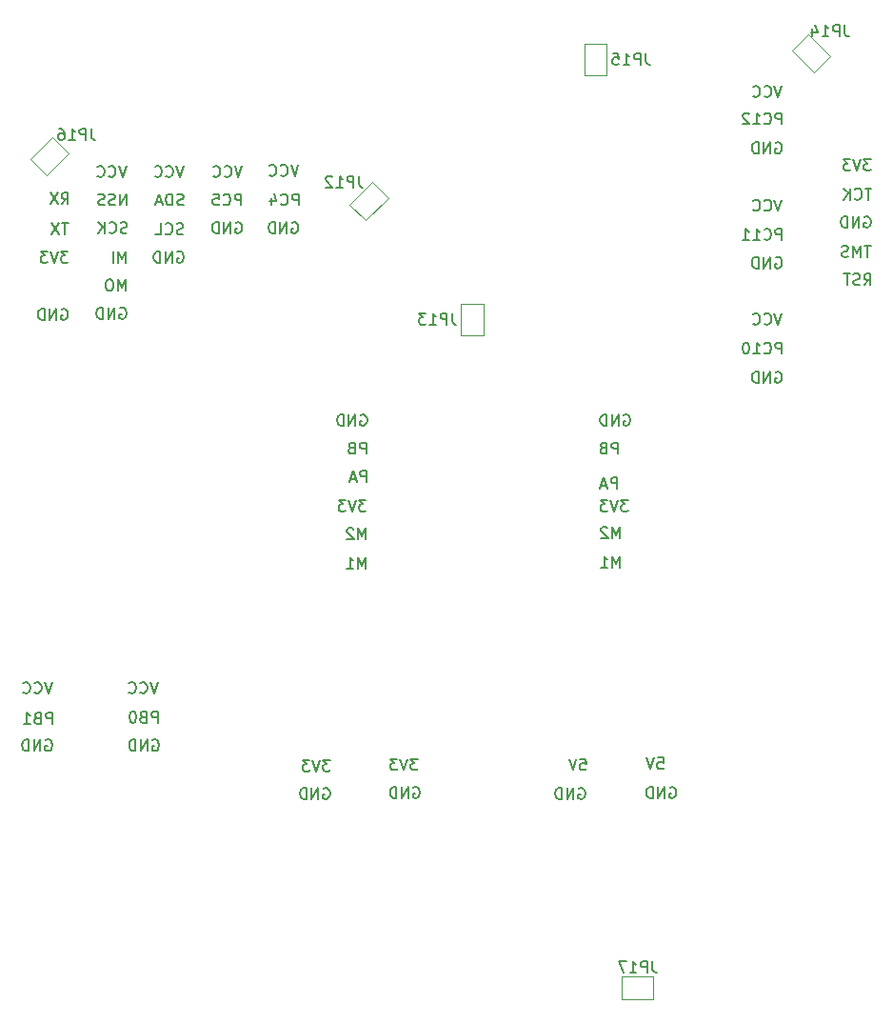
<source format=gbr>
G04 #@! TF.GenerationSoftware,KiCad,Pcbnew,(5.1.5)-3*
G04 #@! TF.CreationDate,2020-11-07T15:15:16-05:00*
G04 #@! TF.ProjectId,PRoMo,50526f4d-6f2e-46b6-9963-61645f706362,rev?*
G04 #@! TF.SameCoordinates,Original*
G04 #@! TF.FileFunction,Legend,Bot*
G04 #@! TF.FilePolarity,Positive*
%FSLAX46Y46*%
G04 Gerber Fmt 4.6, Leading zero omitted, Abs format (unit mm)*
G04 Created by KiCad (PCBNEW (5.1.5)-3) date 2020-11-07 15:15:16*
%MOMM*%
%LPD*%
G04 APERTURE LIST*
%ADD10C,0.160000*%
%ADD11C,0.120000*%
%ADD12C,0.150000*%
G04 APERTURE END LIST*
D10*
X157061904Y-136600000D02*
X157157142Y-136552380D01*
X157300000Y-136552380D01*
X157442857Y-136600000D01*
X157538095Y-136695238D01*
X157585714Y-136790476D01*
X157633333Y-136980952D01*
X157633333Y-137123809D01*
X157585714Y-137314285D01*
X157538095Y-137409523D01*
X157442857Y-137504761D01*
X157300000Y-137552380D01*
X157204761Y-137552380D01*
X157061904Y-137504761D01*
X157014285Y-137457142D01*
X157014285Y-137123809D01*
X157204761Y-137123809D01*
X156585714Y-137552380D02*
X156585714Y-136552380D01*
X156014285Y-137552380D01*
X156014285Y-136552380D01*
X155538095Y-137552380D02*
X155538095Y-136552380D01*
X155300000Y-136552380D01*
X155157142Y-136600000D01*
X155061904Y-136695238D01*
X155014285Y-136790476D01*
X154966666Y-136980952D01*
X154966666Y-137123809D01*
X155014285Y-137314285D01*
X155061904Y-137409523D01*
X155157142Y-137504761D01*
X155300000Y-137552380D01*
X155538095Y-137552380D01*
X155990476Y-133952380D02*
X156466666Y-133952380D01*
X156514285Y-134428571D01*
X156466666Y-134380952D01*
X156371428Y-134333333D01*
X156133333Y-134333333D01*
X156038095Y-134380952D01*
X155990476Y-134428571D01*
X155942857Y-134523809D01*
X155942857Y-134761904D01*
X155990476Y-134857142D01*
X156038095Y-134904761D01*
X156133333Y-134952380D01*
X156371428Y-134952380D01*
X156466666Y-134904761D01*
X156514285Y-134857142D01*
X155657142Y-133952380D02*
X155323809Y-134952380D01*
X154990476Y-133952380D01*
X148961904Y-136700000D02*
X149057142Y-136652380D01*
X149200000Y-136652380D01*
X149342857Y-136700000D01*
X149438095Y-136795238D01*
X149485714Y-136890476D01*
X149533333Y-137080952D01*
X149533333Y-137223809D01*
X149485714Y-137414285D01*
X149438095Y-137509523D01*
X149342857Y-137604761D01*
X149200000Y-137652380D01*
X149104761Y-137652380D01*
X148961904Y-137604761D01*
X148914285Y-137557142D01*
X148914285Y-137223809D01*
X149104761Y-137223809D01*
X148485714Y-137652380D02*
X148485714Y-136652380D01*
X147914285Y-137652380D01*
X147914285Y-136652380D01*
X147438095Y-137652380D02*
X147438095Y-136652380D01*
X147200000Y-136652380D01*
X147057142Y-136700000D01*
X146961904Y-136795238D01*
X146914285Y-136890476D01*
X146866666Y-137080952D01*
X146866666Y-137223809D01*
X146914285Y-137414285D01*
X146961904Y-137509523D01*
X147057142Y-137604761D01*
X147200000Y-137652380D01*
X147438095Y-137652380D01*
X149090476Y-134052380D02*
X149566666Y-134052380D01*
X149614285Y-134528571D01*
X149566666Y-134480952D01*
X149471428Y-134433333D01*
X149233333Y-134433333D01*
X149138095Y-134480952D01*
X149090476Y-134528571D01*
X149042857Y-134623809D01*
X149042857Y-134861904D01*
X149090476Y-134957142D01*
X149138095Y-135004761D01*
X149233333Y-135052380D01*
X149471428Y-135052380D01*
X149566666Y-135004761D01*
X149614285Y-134957142D01*
X148757142Y-134052380D02*
X148423809Y-135052380D01*
X148090476Y-134052380D01*
X134261904Y-136600000D02*
X134357142Y-136552380D01*
X134500000Y-136552380D01*
X134642857Y-136600000D01*
X134738095Y-136695238D01*
X134785714Y-136790476D01*
X134833333Y-136980952D01*
X134833333Y-137123809D01*
X134785714Y-137314285D01*
X134738095Y-137409523D01*
X134642857Y-137504761D01*
X134500000Y-137552380D01*
X134404761Y-137552380D01*
X134261904Y-137504761D01*
X134214285Y-137457142D01*
X134214285Y-137123809D01*
X134404761Y-137123809D01*
X133785714Y-137552380D02*
X133785714Y-136552380D01*
X133214285Y-137552380D01*
X133214285Y-136552380D01*
X132738095Y-137552380D02*
X132738095Y-136552380D01*
X132500000Y-136552380D01*
X132357142Y-136600000D01*
X132261904Y-136695238D01*
X132214285Y-136790476D01*
X132166666Y-136980952D01*
X132166666Y-137123809D01*
X132214285Y-137314285D01*
X132261904Y-137409523D01*
X132357142Y-137504761D01*
X132500000Y-137552380D01*
X132738095Y-137552380D01*
X134638095Y-134052380D02*
X134019047Y-134052380D01*
X134352380Y-134433333D01*
X134209523Y-134433333D01*
X134114285Y-134480952D01*
X134066666Y-134528571D01*
X134019047Y-134623809D01*
X134019047Y-134861904D01*
X134066666Y-134957142D01*
X134114285Y-135004761D01*
X134209523Y-135052380D01*
X134495238Y-135052380D01*
X134590476Y-135004761D01*
X134638095Y-134957142D01*
X133733333Y-134052380D02*
X133400000Y-135052380D01*
X133066666Y-134052380D01*
X132828571Y-134052380D02*
X132209523Y-134052380D01*
X132542857Y-134433333D01*
X132400000Y-134433333D01*
X132304761Y-134480952D01*
X132257142Y-134528571D01*
X132209523Y-134623809D01*
X132209523Y-134861904D01*
X132257142Y-134957142D01*
X132304761Y-135004761D01*
X132400000Y-135052380D01*
X132685714Y-135052380D01*
X132780952Y-135004761D01*
X132828571Y-134957142D01*
X126261904Y-136700000D02*
X126357142Y-136652380D01*
X126500000Y-136652380D01*
X126642857Y-136700000D01*
X126738095Y-136795238D01*
X126785714Y-136890476D01*
X126833333Y-137080952D01*
X126833333Y-137223809D01*
X126785714Y-137414285D01*
X126738095Y-137509523D01*
X126642857Y-137604761D01*
X126500000Y-137652380D01*
X126404761Y-137652380D01*
X126261904Y-137604761D01*
X126214285Y-137557142D01*
X126214285Y-137223809D01*
X126404761Y-137223809D01*
X125785714Y-137652380D02*
X125785714Y-136652380D01*
X125214285Y-137652380D01*
X125214285Y-136652380D01*
X124738095Y-137652380D02*
X124738095Y-136652380D01*
X124500000Y-136652380D01*
X124357142Y-136700000D01*
X124261904Y-136795238D01*
X124214285Y-136890476D01*
X124166666Y-137080952D01*
X124166666Y-137223809D01*
X124214285Y-137414285D01*
X124261904Y-137509523D01*
X124357142Y-137604761D01*
X124500000Y-137652380D01*
X124738095Y-137652380D01*
X126838095Y-134152380D02*
X126219047Y-134152380D01*
X126552380Y-134533333D01*
X126409523Y-134533333D01*
X126314285Y-134580952D01*
X126266666Y-134628571D01*
X126219047Y-134723809D01*
X126219047Y-134961904D01*
X126266666Y-135057142D01*
X126314285Y-135104761D01*
X126409523Y-135152380D01*
X126695238Y-135152380D01*
X126790476Y-135104761D01*
X126838095Y-135057142D01*
X125933333Y-134152380D02*
X125600000Y-135152380D01*
X125266666Y-134152380D01*
X125028571Y-134152380D02*
X124409523Y-134152380D01*
X124742857Y-134533333D01*
X124600000Y-134533333D01*
X124504761Y-134580952D01*
X124457142Y-134628571D01*
X124409523Y-134723809D01*
X124409523Y-134961904D01*
X124457142Y-135057142D01*
X124504761Y-135104761D01*
X124600000Y-135152380D01*
X124885714Y-135152380D01*
X124980952Y-135104761D01*
X125028571Y-135057142D01*
X111061904Y-132400000D02*
X111157142Y-132352380D01*
X111300000Y-132352380D01*
X111442857Y-132400000D01*
X111538095Y-132495238D01*
X111585714Y-132590476D01*
X111633333Y-132780952D01*
X111633333Y-132923809D01*
X111585714Y-133114285D01*
X111538095Y-133209523D01*
X111442857Y-133304761D01*
X111300000Y-133352380D01*
X111204761Y-133352380D01*
X111061904Y-133304761D01*
X111014285Y-133257142D01*
X111014285Y-132923809D01*
X111204761Y-132923809D01*
X110585714Y-133352380D02*
X110585714Y-132352380D01*
X110014285Y-133352380D01*
X110014285Y-132352380D01*
X109538095Y-133352380D02*
X109538095Y-132352380D01*
X109300000Y-132352380D01*
X109157142Y-132400000D01*
X109061904Y-132495238D01*
X109014285Y-132590476D01*
X108966666Y-132780952D01*
X108966666Y-132923809D01*
X109014285Y-133114285D01*
X109061904Y-133209523D01*
X109157142Y-133304761D01*
X109300000Y-133352380D01*
X109538095Y-133352380D01*
X111538095Y-130852380D02*
X111538095Y-129852380D01*
X111157142Y-129852380D01*
X111061904Y-129900000D01*
X111014285Y-129947619D01*
X110966666Y-130042857D01*
X110966666Y-130185714D01*
X111014285Y-130280952D01*
X111061904Y-130328571D01*
X111157142Y-130376190D01*
X111538095Y-130376190D01*
X110204761Y-130328571D02*
X110061904Y-130376190D01*
X110014285Y-130423809D01*
X109966666Y-130519047D01*
X109966666Y-130661904D01*
X110014285Y-130757142D01*
X110061904Y-130804761D01*
X110157142Y-130852380D01*
X110538095Y-130852380D01*
X110538095Y-129852380D01*
X110204761Y-129852380D01*
X110109523Y-129900000D01*
X110061904Y-129947619D01*
X110014285Y-130042857D01*
X110014285Y-130138095D01*
X110061904Y-130233333D01*
X110109523Y-130280952D01*
X110204761Y-130328571D01*
X110538095Y-130328571D01*
X109347619Y-129852380D02*
X109252380Y-129852380D01*
X109157142Y-129900000D01*
X109109523Y-129947619D01*
X109061904Y-130042857D01*
X109014285Y-130233333D01*
X109014285Y-130471428D01*
X109061904Y-130661904D01*
X109109523Y-130757142D01*
X109157142Y-130804761D01*
X109252380Y-130852380D01*
X109347619Y-130852380D01*
X109442857Y-130804761D01*
X109490476Y-130757142D01*
X109538095Y-130661904D01*
X109585714Y-130471428D01*
X109585714Y-130233333D01*
X109538095Y-130042857D01*
X109490476Y-129947619D01*
X109442857Y-129900000D01*
X109347619Y-129852380D01*
X111533333Y-127252380D02*
X111200000Y-128252380D01*
X110866666Y-127252380D01*
X109961904Y-128157142D02*
X110009523Y-128204761D01*
X110152380Y-128252380D01*
X110247619Y-128252380D01*
X110390476Y-128204761D01*
X110485714Y-128109523D01*
X110533333Y-128014285D01*
X110580952Y-127823809D01*
X110580952Y-127680952D01*
X110533333Y-127490476D01*
X110485714Y-127395238D01*
X110390476Y-127300000D01*
X110247619Y-127252380D01*
X110152380Y-127252380D01*
X110009523Y-127300000D01*
X109961904Y-127347619D01*
X108961904Y-128157142D02*
X109009523Y-128204761D01*
X109152380Y-128252380D01*
X109247619Y-128252380D01*
X109390476Y-128204761D01*
X109485714Y-128109523D01*
X109533333Y-128014285D01*
X109580952Y-127823809D01*
X109580952Y-127680952D01*
X109533333Y-127490476D01*
X109485714Y-127395238D01*
X109390476Y-127300000D01*
X109247619Y-127252380D01*
X109152380Y-127252380D01*
X109009523Y-127300000D01*
X108961904Y-127347619D01*
X101561904Y-132400000D02*
X101657142Y-132352380D01*
X101800000Y-132352380D01*
X101942857Y-132400000D01*
X102038095Y-132495238D01*
X102085714Y-132590476D01*
X102133333Y-132780952D01*
X102133333Y-132923809D01*
X102085714Y-133114285D01*
X102038095Y-133209523D01*
X101942857Y-133304761D01*
X101800000Y-133352380D01*
X101704761Y-133352380D01*
X101561904Y-133304761D01*
X101514285Y-133257142D01*
X101514285Y-132923809D01*
X101704761Y-132923809D01*
X101085714Y-133352380D02*
X101085714Y-132352380D01*
X100514285Y-133352380D01*
X100514285Y-132352380D01*
X100038095Y-133352380D02*
X100038095Y-132352380D01*
X99800000Y-132352380D01*
X99657142Y-132400000D01*
X99561904Y-132495238D01*
X99514285Y-132590476D01*
X99466666Y-132780952D01*
X99466666Y-132923809D01*
X99514285Y-133114285D01*
X99561904Y-133209523D01*
X99657142Y-133304761D01*
X99800000Y-133352380D01*
X100038095Y-133352380D01*
X102138095Y-130952380D02*
X102138095Y-129952380D01*
X101757142Y-129952380D01*
X101661904Y-130000000D01*
X101614285Y-130047619D01*
X101566666Y-130142857D01*
X101566666Y-130285714D01*
X101614285Y-130380952D01*
X101661904Y-130428571D01*
X101757142Y-130476190D01*
X102138095Y-130476190D01*
X100804761Y-130428571D02*
X100661904Y-130476190D01*
X100614285Y-130523809D01*
X100566666Y-130619047D01*
X100566666Y-130761904D01*
X100614285Y-130857142D01*
X100661904Y-130904761D01*
X100757142Y-130952380D01*
X101138095Y-130952380D01*
X101138095Y-129952380D01*
X100804761Y-129952380D01*
X100709523Y-130000000D01*
X100661904Y-130047619D01*
X100614285Y-130142857D01*
X100614285Y-130238095D01*
X100661904Y-130333333D01*
X100709523Y-130380952D01*
X100804761Y-130428571D01*
X101138095Y-130428571D01*
X99614285Y-130952380D02*
X100185714Y-130952380D01*
X99900000Y-130952380D02*
X99900000Y-129952380D01*
X99995238Y-130095238D01*
X100090476Y-130190476D01*
X100185714Y-130238095D01*
X102133333Y-127252380D02*
X101800000Y-128252380D01*
X101466666Y-127252380D01*
X100561904Y-128157142D02*
X100609523Y-128204761D01*
X100752380Y-128252380D01*
X100847619Y-128252380D01*
X100990476Y-128204761D01*
X101085714Y-128109523D01*
X101133333Y-128014285D01*
X101180952Y-127823809D01*
X101180952Y-127680952D01*
X101133333Y-127490476D01*
X101085714Y-127395238D01*
X100990476Y-127300000D01*
X100847619Y-127252380D01*
X100752380Y-127252380D01*
X100609523Y-127300000D01*
X100561904Y-127347619D01*
X99561904Y-128157142D02*
X99609523Y-128204761D01*
X99752380Y-128252380D01*
X99847619Y-128252380D01*
X99990476Y-128204761D01*
X100085714Y-128109523D01*
X100133333Y-128014285D01*
X100180952Y-127823809D01*
X100180952Y-127680952D01*
X100133333Y-127490476D01*
X100085714Y-127395238D01*
X99990476Y-127300000D01*
X99847619Y-127252380D01*
X99752380Y-127252380D01*
X99609523Y-127300000D01*
X99561904Y-127347619D01*
X152609523Y-117052380D02*
X152609523Y-116052380D01*
X152276190Y-116766666D01*
X151942857Y-116052380D01*
X151942857Y-117052380D01*
X150942857Y-117052380D02*
X151514285Y-117052380D01*
X151228571Y-117052380D02*
X151228571Y-116052380D01*
X151323809Y-116195238D01*
X151419047Y-116290476D01*
X151514285Y-116338095D01*
X152609523Y-114452380D02*
X152609523Y-113452380D01*
X152276190Y-114166666D01*
X151942857Y-113452380D01*
X151942857Y-114452380D01*
X151514285Y-113547619D02*
X151466666Y-113500000D01*
X151371428Y-113452380D01*
X151133333Y-113452380D01*
X151038095Y-113500000D01*
X150990476Y-113547619D01*
X150942857Y-113642857D01*
X150942857Y-113738095D01*
X150990476Y-113880952D01*
X151561904Y-114452380D01*
X150942857Y-114452380D01*
X153338095Y-111052380D02*
X152719047Y-111052380D01*
X153052380Y-111433333D01*
X152909523Y-111433333D01*
X152814285Y-111480952D01*
X152766666Y-111528571D01*
X152719047Y-111623809D01*
X152719047Y-111861904D01*
X152766666Y-111957142D01*
X152814285Y-112004761D01*
X152909523Y-112052380D01*
X153195238Y-112052380D01*
X153290476Y-112004761D01*
X153338095Y-111957142D01*
X152433333Y-111052380D02*
X152100000Y-112052380D01*
X151766666Y-111052380D01*
X151528571Y-111052380D02*
X150909523Y-111052380D01*
X151242857Y-111433333D01*
X151100000Y-111433333D01*
X151004761Y-111480952D01*
X150957142Y-111528571D01*
X150909523Y-111623809D01*
X150909523Y-111861904D01*
X150957142Y-111957142D01*
X151004761Y-112004761D01*
X151100000Y-112052380D01*
X151385714Y-112052380D01*
X151480952Y-112004761D01*
X151528571Y-111957142D01*
X152390476Y-110052380D02*
X152390476Y-109052380D01*
X152009523Y-109052380D01*
X151914285Y-109100000D01*
X151866666Y-109147619D01*
X151819047Y-109242857D01*
X151819047Y-109385714D01*
X151866666Y-109480952D01*
X151914285Y-109528571D01*
X152009523Y-109576190D01*
X152390476Y-109576190D01*
X151438095Y-109766666D02*
X150961904Y-109766666D01*
X151533333Y-110052380D02*
X151200000Y-109052380D01*
X150866666Y-110052380D01*
X152461904Y-106952380D02*
X152461904Y-105952380D01*
X152080952Y-105952380D01*
X151985714Y-106000000D01*
X151938095Y-106047619D01*
X151890476Y-106142857D01*
X151890476Y-106285714D01*
X151938095Y-106380952D01*
X151985714Y-106428571D01*
X152080952Y-106476190D01*
X152461904Y-106476190D01*
X151128571Y-106428571D02*
X150985714Y-106476190D01*
X150938095Y-106523809D01*
X150890476Y-106619047D01*
X150890476Y-106761904D01*
X150938095Y-106857142D01*
X150985714Y-106904761D01*
X151080952Y-106952380D01*
X151461904Y-106952380D01*
X151461904Y-105952380D01*
X151128571Y-105952380D01*
X151033333Y-106000000D01*
X150985714Y-106047619D01*
X150938095Y-106142857D01*
X150938095Y-106238095D01*
X150985714Y-106333333D01*
X151033333Y-106380952D01*
X151128571Y-106428571D01*
X151461904Y-106428571D01*
X152961904Y-103500000D02*
X153057142Y-103452380D01*
X153200000Y-103452380D01*
X153342857Y-103500000D01*
X153438095Y-103595238D01*
X153485714Y-103690476D01*
X153533333Y-103880952D01*
X153533333Y-104023809D01*
X153485714Y-104214285D01*
X153438095Y-104309523D01*
X153342857Y-104404761D01*
X153200000Y-104452380D01*
X153104761Y-104452380D01*
X152961904Y-104404761D01*
X152914285Y-104357142D01*
X152914285Y-104023809D01*
X153104761Y-104023809D01*
X152485714Y-104452380D02*
X152485714Y-103452380D01*
X151914285Y-104452380D01*
X151914285Y-103452380D01*
X151438095Y-104452380D02*
X151438095Y-103452380D01*
X151200000Y-103452380D01*
X151057142Y-103500000D01*
X150961904Y-103595238D01*
X150914285Y-103690476D01*
X150866666Y-103880952D01*
X150866666Y-104023809D01*
X150914285Y-104214285D01*
X150961904Y-104309523D01*
X151057142Y-104404761D01*
X151200000Y-104452380D01*
X151438095Y-104452380D01*
X130009523Y-117152380D02*
X130009523Y-116152380D01*
X129676190Y-116866666D01*
X129342857Y-116152380D01*
X129342857Y-117152380D01*
X128342857Y-117152380D02*
X128914285Y-117152380D01*
X128628571Y-117152380D02*
X128628571Y-116152380D01*
X128723809Y-116295238D01*
X128819047Y-116390476D01*
X128914285Y-116438095D01*
X130009523Y-114552380D02*
X130009523Y-113552380D01*
X129676190Y-114266666D01*
X129342857Y-113552380D01*
X129342857Y-114552380D01*
X128914285Y-113647619D02*
X128866666Y-113600000D01*
X128771428Y-113552380D01*
X128533333Y-113552380D01*
X128438095Y-113600000D01*
X128390476Y-113647619D01*
X128342857Y-113742857D01*
X128342857Y-113838095D01*
X128390476Y-113980952D01*
X128961904Y-114552380D01*
X128342857Y-114552380D01*
X130038095Y-111052380D02*
X129419047Y-111052380D01*
X129752380Y-111433333D01*
X129609523Y-111433333D01*
X129514285Y-111480952D01*
X129466666Y-111528571D01*
X129419047Y-111623809D01*
X129419047Y-111861904D01*
X129466666Y-111957142D01*
X129514285Y-112004761D01*
X129609523Y-112052380D01*
X129895238Y-112052380D01*
X129990476Y-112004761D01*
X130038095Y-111957142D01*
X129133333Y-111052380D02*
X128800000Y-112052380D01*
X128466666Y-111052380D01*
X128228571Y-111052380D02*
X127609523Y-111052380D01*
X127942857Y-111433333D01*
X127800000Y-111433333D01*
X127704761Y-111480952D01*
X127657142Y-111528571D01*
X127609523Y-111623809D01*
X127609523Y-111861904D01*
X127657142Y-111957142D01*
X127704761Y-112004761D01*
X127800000Y-112052380D01*
X128085714Y-112052380D01*
X128180952Y-112004761D01*
X128228571Y-111957142D01*
X130090476Y-109452380D02*
X130090476Y-108452380D01*
X129709523Y-108452380D01*
X129614285Y-108500000D01*
X129566666Y-108547619D01*
X129519047Y-108642857D01*
X129519047Y-108785714D01*
X129566666Y-108880952D01*
X129614285Y-108928571D01*
X129709523Y-108976190D01*
X130090476Y-108976190D01*
X129138095Y-109166666D02*
X128661904Y-109166666D01*
X129233333Y-109452380D02*
X128900000Y-108452380D01*
X128566666Y-109452380D01*
X130061904Y-106952380D02*
X130061904Y-105952380D01*
X129680952Y-105952380D01*
X129585714Y-106000000D01*
X129538095Y-106047619D01*
X129490476Y-106142857D01*
X129490476Y-106285714D01*
X129538095Y-106380952D01*
X129585714Y-106428571D01*
X129680952Y-106476190D01*
X130061904Y-106476190D01*
X128728571Y-106428571D02*
X128585714Y-106476190D01*
X128538095Y-106523809D01*
X128490476Y-106619047D01*
X128490476Y-106761904D01*
X128538095Y-106857142D01*
X128585714Y-106904761D01*
X128680952Y-106952380D01*
X129061904Y-106952380D01*
X129061904Y-105952380D01*
X128728571Y-105952380D01*
X128633333Y-106000000D01*
X128585714Y-106047619D01*
X128538095Y-106142857D01*
X128538095Y-106238095D01*
X128585714Y-106333333D01*
X128633333Y-106380952D01*
X128728571Y-106428571D01*
X129061904Y-106428571D01*
X129561904Y-103500000D02*
X129657142Y-103452380D01*
X129800000Y-103452380D01*
X129942857Y-103500000D01*
X130038095Y-103595238D01*
X130085714Y-103690476D01*
X130133333Y-103880952D01*
X130133333Y-104023809D01*
X130085714Y-104214285D01*
X130038095Y-104309523D01*
X129942857Y-104404761D01*
X129800000Y-104452380D01*
X129704761Y-104452380D01*
X129561904Y-104404761D01*
X129514285Y-104357142D01*
X129514285Y-104023809D01*
X129704761Y-104023809D01*
X129085714Y-104452380D02*
X129085714Y-103452380D01*
X128514285Y-104452380D01*
X128514285Y-103452380D01*
X128038095Y-104452380D02*
X128038095Y-103452380D01*
X127800000Y-103452380D01*
X127657142Y-103500000D01*
X127561904Y-103595238D01*
X127514285Y-103690476D01*
X127466666Y-103880952D01*
X127466666Y-104023809D01*
X127514285Y-104214285D01*
X127561904Y-104309523D01*
X127657142Y-104404761D01*
X127800000Y-104452380D01*
X128038095Y-104452380D01*
X166461904Y-99700000D02*
X166557142Y-99652380D01*
X166700000Y-99652380D01*
X166842857Y-99700000D01*
X166938095Y-99795238D01*
X166985714Y-99890476D01*
X167033333Y-100080952D01*
X167033333Y-100223809D01*
X166985714Y-100414285D01*
X166938095Y-100509523D01*
X166842857Y-100604761D01*
X166700000Y-100652380D01*
X166604761Y-100652380D01*
X166461904Y-100604761D01*
X166414285Y-100557142D01*
X166414285Y-100223809D01*
X166604761Y-100223809D01*
X165985714Y-100652380D02*
X165985714Y-99652380D01*
X165414285Y-100652380D01*
X165414285Y-99652380D01*
X164938095Y-100652380D02*
X164938095Y-99652380D01*
X164700000Y-99652380D01*
X164557142Y-99700000D01*
X164461904Y-99795238D01*
X164414285Y-99890476D01*
X164366666Y-100080952D01*
X164366666Y-100223809D01*
X164414285Y-100414285D01*
X164461904Y-100509523D01*
X164557142Y-100604761D01*
X164700000Y-100652380D01*
X164938095Y-100652380D01*
X167014285Y-98052380D02*
X167014285Y-97052380D01*
X166633333Y-97052380D01*
X166538095Y-97100000D01*
X166490476Y-97147619D01*
X166442857Y-97242857D01*
X166442857Y-97385714D01*
X166490476Y-97480952D01*
X166538095Y-97528571D01*
X166633333Y-97576190D01*
X167014285Y-97576190D01*
X165442857Y-97957142D02*
X165490476Y-98004761D01*
X165633333Y-98052380D01*
X165728571Y-98052380D01*
X165871428Y-98004761D01*
X165966666Y-97909523D01*
X166014285Y-97814285D01*
X166061904Y-97623809D01*
X166061904Y-97480952D01*
X166014285Y-97290476D01*
X165966666Y-97195238D01*
X165871428Y-97100000D01*
X165728571Y-97052380D01*
X165633333Y-97052380D01*
X165490476Y-97100000D01*
X165442857Y-97147619D01*
X164490476Y-98052380D02*
X165061904Y-98052380D01*
X164776190Y-98052380D02*
X164776190Y-97052380D01*
X164871428Y-97195238D01*
X164966666Y-97290476D01*
X165061904Y-97338095D01*
X163871428Y-97052380D02*
X163776190Y-97052380D01*
X163680952Y-97100000D01*
X163633333Y-97147619D01*
X163585714Y-97242857D01*
X163538095Y-97433333D01*
X163538095Y-97671428D01*
X163585714Y-97861904D01*
X163633333Y-97957142D01*
X163680952Y-98004761D01*
X163776190Y-98052380D01*
X163871428Y-98052380D01*
X163966666Y-98004761D01*
X164014285Y-97957142D01*
X164061904Y-97861904D01*
X164109523Y-97671428D01*
X164109523Y-97433333D01*
X164061904Y-97242857D01*
X164014285Y-97147619D01*
X163966666Y-97100000D01*
X163871428Y-97052380D01*
X167033333Y-94452380D02*
X166700000Y-95452380D01*
X166366666Y-94452380D01*
X165461904Y-95357142D02*
X165509523Y-95404761D01*
X165652380Y-95452380D01*
X165747619Y-95452380D01*
X165890476Y-95404761D01*
X165985714Y-95309523D01*
X166033333Y-95214285D01*
X166080952Y-95023809D01*
X166080952Y-94880952D01*
X166033333Y-94690476D01*
X165985714Y-94595238D01*
X165890476Y-94500000D01*
X165747619Y-94452380D01*
X165652380Y-94452380D01*
X165509523Y-94500000D01*
X165461904Y-94547619D01*
X164461904Y-95357142D02*
X164509523Y-95404761D01*
X164652380Y-95452380D01*
X164747619Y-95452380D01*
X164890476Y-95404761D01*
X164985714Y-95309523D01*
X165033333Y-95214285D01*
X165080952Y-95023809D01*
X165080952Y-94880952D01*
X165033333Y-94690476D01*
X164985714Y-94595238D01*
X164890476Y-94500000D01*
X164747619Y-94452380D01*
X164652380Y-94452380D01*
X164509523Y-94500000D01*
X164461904Y-94547619D01*
X166461904Y-89500000D02*
X166557142Y-89452380D01*
X166700000Y-89452380D01*
X166842857Y-89500000D01*
X166938095Y-89595238D01*
X166985714Y-89690476D01*
X167033333Y-89880952D01*
X167033333Y-90023809D01*
X166985714Y-90214285D01*
X166938095Y-90309523D01*
X166842857Y-90404761D01*
X166700000Y-90452380D01*
X166604761Y-90452380D01*
X166461904Y-90404761D01*
X166414285Y-90357142D01*
X166414285Y-90023809D01*
X166604761Y-90023809D01*
X165985714Y-90452380D02*
X165985714Y-89452380D01*
X165414285Y-90452380D01*
X165414285Y-89452380D01*
X164938095Y-90452380D02*
X164938095Y-89452380D01*
X164700000Y-89452380D01*
X164557142Y-89500000D01*
X164461904Y-89595238D01*
X164414285Y-89690476D01*
X164366666Y-89880952D01*
X164366666Y-90023809D01*
X164414285Y-90214285D01*
X164461904Y-90309523D01*
X164557142Y-90404761D01*
X164700000Y-90452380D01*
X164938095Y-90452380D01*
X167014285Y-87952380D02*
X167014285Y-86952380D01*
X166633333Y-86952380D01*
X166538095Y-87000000D01*
X166490476Y-87047619D01*
X166442857Y-87142857D01*
X166442857Y-87285714D01*
X166490476Y-87380952D01*
X166538095Y-87428571D01*
X166633333Y-87476190D01*
X167014285Y-87476190D01*
X165442857Y-87857142D02*
X165490476Y-87904761D01*
X165633333Y-87952380D01*
X165728571Y-87952380D01*
X165871428Y-87904761D01*
X165966666Y-87809523D01*
X166014285Y-87714285D01*
X166061904Y-87523809D01*
X166061904Y-87380952D01*
X166014285Y-87190476D01*
X165966666Y-87095238D01*
X165871428Y-87000000D01*
X165728571Y-86952380D01*
X165633333Y-86952380D01*
X165490476Y-87000000D01*
X165442857Y-87047619D01*
X164490476Y-87952380D02*
X165061904Y-87952380D01*
X164776190Y-87952380D02*
X164776190Y-86952380D01*
X164871428Y-87095238D01*
X164966666Y-87190476D01*
X165061904Y-87238095D01*
X163538095Y-87952380D02*
X164109523Y-87952380D01*
X163823809Y-87952380D02*
X163823809Y-86952380D01*
X163919047Y-87095238D01*
X164014285Y-87190476D01*
X164109523Y-87238095D01*
X167033333Y-84352380D02*
X166700000Y-85352380D01*
X166366666Y-84352380D01*
X165461904Y-85257142D02*
X165509523Y-85304761D01*
X165652380Y-85352380D01*
X165747619Y-85352380D01*
X165890476Y-85304761D01*
X165985714Y-85209523D01*
X166033333Y-85114285D01*
X166080952Y-84923809D01*
X166080952Y-84780952D01*
X166033333Y-84590476D01*
X165985714Y-84495238D01*
X165890476Y-84400000D01*
X165747619Y-84352380D01*
X165652380Y-84352380D01*
X165509523Y-84400000D01*
X165461904Y-84447619D01*
X164461904Y-85257142D02*
X164509523Y-85304761D01*
X164652380Y-85352380D01*
X164747619Y-85352380D01*
X164890476Y-85304761D01*
X164985714Y-85209523D01*
X165033333Y-85114285D01*
X165080952Y-84923809D01*
X165080952Y-84780952D01*
X165033333Y-84590476D01*
X164985714Y-84495238D01*
X164890476Y-84400000D01*
X164747619Y-84352380D01*
X164652380Y-84352380D01*
X164509523Y-84400000D01*
X164461904Y-84447619D01*
X166461904Y-79300000D02*
X166557142Y-79252380D01*
X166700000Y-79252380D01*
X166842857Y-79300000D01*
X166938095Y-79395238D01*
X166985714Y-79490476D01*
X167033333Y-79680952D01*
X167033333Y-79823809D01*
X166985714Y-80014285D01*
X166938095Y-80109523D01*
X166842857Y-80204761D01*
X166700000Y-80252380D01*
X166604761Y-80252380D01*
X166461904Y-80204761D01*
X166414285Y-80157142D01*
X166414285Y-79823809D01*
X166604761Y-79823809D01*
X165985714Y-80252380D02*
X165985714Y-79252380D01*
X165414285Y-80252380D01*
X165414285Y-79252380D01*
X164938095Y-80252380D02*
X164938095Y-79252380D01*
X164700000Y-79252380D01*
X164557142Y-79300000D01*
X164461904Y-79395238D01*
X164414285Y-79490476D01*
X164366666Y-79680952D01*
X164366666Y-79823809D01*
X164414285Y-80014285D01*
X164461904Y-80109523D01*
X164557142Y-80204761D01*
X164700000Y-80252380D01*
X164938095Y-80252380D01*
X167014285Y-77652380D02*
X167014285Y-76652380D01*
X166633333Y-76652380D01*
X166538095Y-76700000D01*
X166490476Y-76747619D01*
X166442857Y-76842857D01*
X166442857Y-76985714D01*
X166490476Y-77080952D01*
X166538095Y-77128571D01*
X166633333Y-77176190D01*
X167014285Y-77176190D01*
X165442857Y-77557142D02*
X165490476Y-77604761D01*
X165633333Y-77652380D01*
X165728571Y-77652380D01*
X165871428Y-77604761D01*
X165966666Y-77509523D01*
X166014285Y-77414285D01*
X166061904Y-77223809D01*
X166061904Y-77080952D01*
X166014285Y-76890476D01*
X165966666Y-76795238D01*
X165871428Y-76700000D01*
X165728571Y-76652380D01*
X165633333Y-76652380D01*
X165490476Y-76700000D01*
X165442857Y-76747619D01*
X164490476Y-77652380D02*
X165061904Y-77652380D01*
X164776190Y-77652380D02*
X164776190Y-76652380D01*
X164871428Y-76795238D01*
X164966666Y-76890476D01*
X165061904Y-76938095D01*
X164109523Y-76747619D02*
X164061904Y-76700000D01*
X163966666Y-76652380D01*
X163728571Y-76652380D01*
X163633333Y-76700000D01*
X163585714Y-76747619D01*
X163538095Y-76842857D01*
X163538095Y-76938095D01*
X163585714Y-77080952D01*
X164157142Y-77652380D01*
X163538095Y-77652380D01*
X167033333Y-74252380D02*
X166700000Y-75252380D01*
X166366666Y-74252380D01*
X165461904Y-75157142D02*
X165509523Y-75204761D01*
X165652380Y-75252380D01*
X165747619Y-75252380D01*
X165890476Y-75204761D01*
X165985714Y-75109523D01*
X166033333Y-75014285D01*
X166080952Y-74823809D01*
X166080952Y-74680952D01*
X166033333Y-74490476D01*
X165985714Y-74395238D01*
X165890476Y-74300000D01*
X165747619Y-74252380D01*
X165652380Y-74252380D01*
X165509523Y-74300000D01*
X165461904Y-74347619D01*
X164461904Y-75157142D02*
X164509523Y-75204761D01*
X164652380Y-75252380D01*
X164747619Y-75252380D01*
X164890476Y-75204761D01*
X164985714Y-75109523D01*
X165033333Y-75014285D01*
X165080952Y-74823809D01*
X165080952Y-74680952D01*
X165033333Y-74490476D01*
X164985714Y-74395238D01*
X164890476Y-74300000D01*
X164747619Y-74252380D01*
X164652380Y-74252380D01*
X164509523Y-74300000D01*
X164461904Y-74347619D01*
X174347619Y-91952380D02*
X174680952Y-91476190D01*
X174919047Y-91952380D02*
X174919047Y-90952380D01*
X174538095Y-90952380D01*
X174442857Y-91000000D01*
X174395238Y-91047619D01*
X174347619Y-91142857D01*
X174347619Y-91285714D01*
X174395238Y-91380952D01*
X174442857Y-91428571D01*
X174538095Y-91476190D01*
X174919047Y-91476190D01*
X173966666Y-91904761D02*
X173823809Y-91952380D01*
X173585714Y-91952380D01*
X173490476Y-91904761D01*
X173442857Y-91857142D01*
X173395238Y-91761904D01*
X173395238Y-91666666D01*
X173442857Y-91571428D01*
X173490476Y-91523809D01*
X173585714Y-91476190D01*
X173776190Y-91428571D01*
X173871428Y-91380952D01*
X173919047Y-91333333D01*
X173966666Y-91238095D01*
X173966666Y-91142857D01*
X173919047Y-91047619D01*
X173871428Y-91000000D01*
X173776190Y-90952380D01*
X173538095Y-90952380D01*
X173395238Y-91000000D01*
X173109523Y-90952380D02*
X172538095Y-90952380D01*
X172823809Y-91952380D02*
X172823809Y-90952380D01*
X174933333Y-88452380D02*
X174361904Y-88452380D01*
X174647619Y-89452380D02*
X174647619Y-88452380D01*
X174028571Y-89452380D02*
X174028571Y-88452380D01*
X173695238Y-89166666D01*
X173361904Y-88452380D01*
X173361904Y-89452380D01*
X172933333Y-89404761D02*
X172790476Y-89452380D01*
X172552380Y-89452380D01*
X172457142Y-89404761D01*
X172409523Y-89357142D01*
X172361904Y-89261904D01*
X172361904Y-89166666D01*
X172409523Y-89071428D01*
X172457142Y-89023809D01*
X172552380Y-88976190D01*
X172742857Y-88928571D01*
X172838095Y-88880952D01*
X172885714Y-88833333D01*
X172933333Y-88738095D01*
X172933333Y-88642857D01*
X172885714Y-88547619D01*
X172838095Y-88500000D01*
X172742857Y-88452380D01*
X172504761Y-88452380D01*
X172361904Y-88500000D01*
X174361904Y-85900000D02*
X174457142Y-85852380D01*
X174600000Y-85852380D01*
X174742857Y-85900000D01*
X174838095Y-85995238D01*
X174885714Y-86090476D01*
X174933333Y-86280952D01*
X174933333Y-86423809D01*
X174885714Y-86614285D01*
X174838095Y-86709523D01*
X174742857Y-86804761D01*
X174600000Y-86852380D01*
X174504761Y-86852380D01*
X174361904Y-86804761D01*
X174314285Y-86757142D01*
X174314285Y-86423809D01*
X174504761Y-86423809D01*
X173885714Y-86852380D02*
X173885714Y-85852380D01*
X173314285Y-86852380D01*
X173314285Y-85852380D01*
X172838095Y-86852380D02*
X172838095Y-85852380D01*
X172600000Y-85852380D01*
X172457142Y-85900000D01*
X172361904Y-85995238D01*
X172314285Y-86090476D01*
X172266666Y-86280952D01*
X172266666Y-86423809D01*
X172314285Y-86614285D01*
X172361904Y-86709523D01*
X172457142Y-86804761D01*
X172600000Y-86852380D01*
X172838095Y-86852380D01*
X174985714Y-83352380D02*
X174414285Y-83352380D01*
X174700000Y-84352380D02*
X174700000Y-83352380D01*
X173509523Y-84257142D02*
X173557142Y-84304761D01*
X173700000Y-84352380D01*
X173795238Y-84352380D01*
X173938095Y-84304761D01*
X174033333Y-84209523D01*
X174080952Y-84114285D01*
X174128571Y-83923809D01*
X174128571Y-83780952D01*
X174080952Y-83590476D01*
X174033333Y-83495238D01*
X173938095Y-83400000D01*
X173795238Y-83352380D01*
X173700000Y-83352380D01*
X173557142Y-83400000D01*
X173509523Y-83447619D01*
X173080952Y-84352380D02*
X173080952Y-83352380D01*
X172509523Y-84352380D02*
X172938095Y-83780952D01*
X172509523Y-83352380D02*
X173080952Y-83923809D01*
X174938095Y-80752380D02*
X174319047Y-80752380D01*
X174652380Y-81133333D01*
X174509523Y-81133333D01*
X174414285Y-81180952D01*
X174366666Y-81228571D01*
X174319047Y-81323809D01*
X174319047Y-81561904D01*
X174366666Y-81657142D01*
X174414285Y-81704761D01*
X174509523Y-81752380D01*
X174795238Y-81752380D01*
X174890476Y-81704761D01*
X174938095Y-81657142D01*
X174033333Y-80752380D02*
X173700000Y-81752380D01*
X173366666Y-80752380D01*
X173128571Y-80752380D02*
X172509523Y-80752380D01*
X172842857Y-81133333D01*
X172700000Y-81133333D01*
X172604761Y-81180952D01*
X172557142Y-81228571D01*
X172509523Y-81323809D01*
X172509523Y-81561904D01*
X172557142Y-81657142D01*
X172604761Y-81704761D01*
X172700000Y-81752380D01*
X172985714Y-81752380D01*
X173080952Y-81704761D01*
X173128571Y-81657142D01*
X123461904Y-86400000D02*
X123557142Y-86352380D01*
X123700000Y-86352380D01*
X123842857Y-86400000D01*
X123938095Y-86495238D01*
X123985714Y-86590476D01*
X124033333Y-86780952D01*
X124033333Y-86923809D01*
X123985714Y-87114285D01*
X123938095Y-87209523D01*
X123842857Y-87304761D01*
X123700000Y-87352380D01*
X123604761Y-87352380D01*
X123461904Y-87304761D01*
X123414285Y-87257142D01*
X123414285Y-86923809D01*
X123604761Y-86923809D01*
X122985714Y-87352380D02*
X122985714Y-86352380D01*
X122414285Y-87352380D01*
X122414285Y-86352380D01*
X121938095Y-87352380D02*
X121938095Y-86352380D01*
X121700000Y-86352380D01*
X121557142Y-86400000D01*
X121461904Y-86495238D01*
X121414285Y-86590476D01*
X121366666Y-86780952D01*
X121366666Y-86923809D01*
X121414285Y-87114285D01*
X121461904Y-87209523D01*
X121557142Y-87304761D01*
X121700000Y-87352380D01*
X121938095Y-87352380D01*
X124038095Y-84852380D02*
X124038095Y-83852380D01*
X123657142Y-83852380D01*
X123561904Y-83900000D01*
X123514285Y-83947619D01*
X123466666Y-84042857D01*
X123466666Y-84185714D01*
X123514285Y-84280952D01*
X123561904Y-84328571D01*
X123657142Y-84376190D01*
X124038095Y-84376190D01*
X122466666Y-84757142D02*
X122514285Y-84804761D01*
X122657142Y-84852380D01*
X122752380Y-84852380D01*
X122895238Y-84804761D01*
X122990476Y-84709523D01*
X123038095Y-84614285D01*
X123085714Y-84423809D01*
X123085714Y-84280952D01*
X123038095Y-84090476D01*
X122990476Y-83995238D01*
X122895238Y-83900000D01*
X122752380Y-83852380D01*
X122657142Y-83852380D01*
X122514285Y-83900000D01*
X122466666Y-83947619D01*
X121609523Y-84185714D02*
X121609523Y-84852380D01*
X121847619Y-83804761D02*
X122085714Y-84519047D01*
X121466666Y-84519047D01*
X124033333Y-81252380D02*
X123700000Y-82252380D01*
X123366666Y-81252380D01*
X122461904Y-82157142D02*
X122509523Y-82204761D01*
X122652380Y-82252380D01*
X122747619Y-82252380D01*
X122890476Y-82204761D01*
X122985714Y-82109523D01*
X123033333Y-82014285D01*
X123080952Y-81823809D01*
X123080952Y-81680952D01*
X123033333Y-81490476D01*
X122985714Y-81395238D01*
X122890476Y-81300000D01*
X122747619Y-81252380D01*
X122652380Y-81252380D01*
X122509523Y-81300000D01*
X122461904Y-81347619D01*
X121461904Y-82157142D02*
X121509523Y-82204761D01*
X121652380Y-82252380D01*
X121747619Y-82252380D01*
X121890476Y-82204761D01*
X121985714Y-82109523D01*
X122033333Y-82014285D01*
X122080952Y-81823809D01*
X122080952Y-81680952D01*
X122033333Y-81490476D01*
X121985714Y-81395238D01*
X121890476Y-81300000D01*
X121747619Y-81252380D01*
X121652380Y-81252380D01*
X121509523Y-81300000D01*
X121461904Y-81347619D01*
X118461904Y-86400000D02*
X118557142Y-86352380D01*
X118700000Y-86352380D01*
X118842857Y-86400000D01*
X118938095Y-86495238D01*
X118985714Y-86590476D01*
X119033333Y-86780952D01*
X119033333Y-86923809D01*
X118985714Y-87114285D01*
X118938095Y-87209523D01*
X118842857Y-87304761D01*
X118700000Y-87352380D01*
X118604761Y-87352380D01*
X118461904Y-87304761D01*
X118414285Y-87257142D01*
X118414285Y-86923809D01*
X118604761Y-86923809D01*
X117985714Y-87352380D02*
X117985714Y-86352380D01*
X117414285Y-87352380D01*
X117414285Y-86352380D01*
X116938095Y-87352380D02*
X116938095Y-86352380D01*
X116700000Y-86352380D01*
X116557142Y-86400000D01*
X116461904Y-86495238D01*
X116414285Y-86590476D01*
X116366666Y-86780952D01*
X116366666Y-86923809D01*
X116414285Y-87114285D01*
X116461904Y-87209523D01*
X116557142Y-87304761D01*
X116700000Y-87352380D01*
X116938095Y-87352380D01*
X118938095Y-84852380D02*
X118938095Y-83852380D01*
X118557142Y-83852380D01*
X118461904Y-83900000D01*
X118414285Y-83947619D01*
X118366666Y-84042857D01*
X118366666Y-84185714D01*
X118414285Y-84280952D01*
X118461904Y-84328571D01*
X118557142Y-84376190D01*
X118938095Y-84376190D01*
X117366666Y-84757142D02*
X117414285Y-84804761D01*
X117557142Y-84852380D01*
X117652380Y-84852380D01*
X117795238Y-84804761D01*
X117890476Y-84709523D01*
X117938095Y-84614285D01*
X117985714Y-84423809D01*
X117985714Y-84280952D01*
X117938095Y-84090476D01*
X117890476Y-83995238D01*
X117795238Y-83900000D01*
X117652380Y-83852380D01*
X117557142Y-83852380D01*
X117414285Y-83900000D01*
X117366666Y-83947619D01*
X116461904Y-83852380D02*
X116938095Y-83852380D01*
X116985714Y-84328571D01*
X116938095Y-84280952D01*
X116842857Y-84233333D01*
X116604761Y-84233333D01*
X116509523Y-84280952D01*
X116461904Y-84328571D01*
X116414285Y-84423809D01*
X116414285Y-84661904D01*
X116461904Y-84757142D01*
X116509523Y-84804761D01*
X116604761Y-84852380D01*
X116842857Y-84852380D01*
X116938095Y-84804761D01*
X116985714Y-84757142D01*
X119033333Y-81352380D02*
X118700000Y-82352380D01*
X118366666Y-81352380D01*
X117461904Y-82257142D02*
X117509523Y-82304761D01*
X117652380Y-82352380D01*
X117747619Y-82352380D01*
X117890476Y-82304761D01*
X117985714Y-82209523D01*
X118033333Y-82114285D01*
X118080952Y-81923809D01*
X118080952Y-81780952D01*
X118033333Y-81590476D01*
X117985714Y-81495238D01*
X117890476Y-81400000D01*
X117747619Y-81352380D01*
X117652380Y-81352380D01*
X117509523Y-81400000D01*
X117461904Y-81447619D01*
X116461904Y-82257142D02*
X116509523Y-82304761D01*
X116652380Y-82352380D01*
X116747619Y-82352380D01*
X116890476Y-82304761D01*
X116985714Y-82209523D01*
X117033333Y-82114285D01*
X117080952Y-81923809D01*
X117080952Y-81780952D01*
X117033333Y-81590476D01*
X116985714Y-81495238D01*
X116890476Y-81400000D01*
X116747619Y-81352380D01*
X116652380Y-81352380D01*
X116509523Y-81400000D01*
X116461904Y-81447619D01*
X113261904Y-89000000D02*
X113357142Y-88952380D01*
X113500000Y-88952380D01*
X113642857Y-89000000D01*
X113738095Y-89095238D01*
X113785714Y-89190476D01*
X113833333Y-89380952D01*
X113833333Y-89523809D01*
X113785714Y-89714285D01*
X113738095Y-89809523D01*
X113642857Y-89904761D01*
X113500000Y-89952380D01*
X113404761Y-89952380D01*
X113261904Y-89904761D01*
X113214285Y-89857142D01*
X113214285Y-89523809D01*
X113404761Y-89523809D01*
X112785714Y-89952380D02*
X112785714Y-88952380D01*
X112214285Y-89952380D01*
X112214285Y-88952380D01*
X111738095Y-89952380D02*
X111738095Y-88952380D01*
X111500000Y-88952380D01*
X111357142Y-89000000D01*
X111261904Y-89095238D01*
X111214285Y-89190476D01*
X111166666Y-89380952D01*
X111166666Y-89523809D01*
X111214285Y-89714285D01*
X111261904Y-89809523D01*
X111357142Y-89904761D01*
X111500000Y-89952380D01*
X111738095Y-89952380D01*
X113790476Y-87404761D02*
X113647619Y-87452380D01*
X113409523Y-87452380D01*
X113314285Y-87404761D01*
X113266666Y-87357142D01*
X113219047Y-87261904D01*
X113219047Y-87166666D01*
X113266666Y-87071428D01*
X113314285Y-87023809D01*
X113409523Y-86976190D01*
X113600000Y-86928571D01*
X113695238Y-86880952D01*
X113742857Y-86833333D01*
X113790476Y-86738095D01*
X113790476Y-86642857D01*
X113742857Y-86547619D01*
X113695238Y-86500000D01*
X113600000Y-86452380D01*
X113361904Y-86452380D01*
X113219047Y-86500000D01*
X112219047Y-87357142D02*
X112266666Y-87404761D01*
X112409523Y-87452380D01*
X112504761Y-87452380D01*
X112647619Y-87404761D01*
X112742857Y-87309523D01*
X112790476Y-87214285D01*
X112838095Y-87023809D01*
X112838095Y-86880952D01*
X112790476Y-86690476D01*
X112742857Y-86595238D01*
X112647619Y-86500000D01*
X112504761Y-86452380D01*
X112409523Y-86452380D01*
X112266666Y-86500000D01*
X112219047Y-86547619D01*
X111314285Y-87452380D02*
X111790476Y-87452380D01*
X111790476Y-86452380D01*
X113814285Y-84804761D02*
X113671428Y-84852380D01*
X113433333Y-84852380D01*
X113338095Y-84804761D01*
X113290476Y-84757142D01*
X113242857Y-84661904D01*
X113242857Y-84566666D01*
X113290476Y-84471428D01*
X113338095Y-84423809D01*
X113433333Y-84376190D01*
X113623809Y-84328571D01*
X113719047Y-84280952D01*
X113766666Y-84233333D01*
X113814285Y-84138095D01*
X113814285Y-84042857D01*
X113766666Y-83947619D01*
X113719047Y-83900000D01*
X113623809Y-83852380D01*
X113385714Y-83852380D01*
X113242857Y-83900000D01*
X112814285Y-84852380D02*
X112814285Y-83852380D01*
X112576190Y-83852380D01*
X112433333Y-83900000D01*
X112338095Y-83995238D01*
X112290476Y-84090476D01*
X112242857Y-84280952D01*
X112242857Y-84423809D01*
X112290476Y-84614285D01*
X112338095Y-84709523D01*
X112433333Y-84804761D01*
X112576190Y-84852380D01*
X112814285Y-84852380D01*
X111861904Y-84566666D02*
X111385714Y-84566666D01*
X111957142Y-84852380D02*
X111623809Y-83852380D01*
X111290476Y-84852380D01*
X113833333Y-81352380D02*
X113500000Y-82352380D01*
X113166666Y-81352380D01*
X112261904Y-82257142D02*
X112309523Y-82304761D01*
X112452380Y-82352380D01*
X112547619Y-82352380D01*
X112690476Y-82304761D01*
X112785714Y-82209523D01*
X112833333Y-82114285D01*
X112880952Y-81923809D01*
X112880952Y-81780952D01*
X112833333Y-81590476D01*
X112785714Y-81495238D01*
X112690476Y-81400000D01*
X112547619Y-81352380D01*
X112452380Y-81352380D01*
X112309523Y-81400000D01*
X112261904Y-81447619D01*
X111261904Y-82257142D02*
X111309523Y-82304761D01*
X111452380Y-82352380D01*
X111547619Y-82352380D01*
X111690476Y-82304761D01*
X111785714Y-82209523D01*
X111833333Y-82114285D01*
X111880952Y-81923809D01*
X111880952Y-81780952D01*
X111833333Y-81590476D01*
X111785714Y-81495238D01*
X111690476Y-81400000D01*
X111547619Y-81352380D01*
X111452380Y-81352380D01*
X111309523Y-81400000D01*
X111261904Y-81447619D01*
X108733333Y-81352380D02*
X108400000Y-82352380D01*
X108066666Y-81352380D01*
X107161904Y-82257142D02*
X107209523Y-82304761D01*
X107352380Y-82352380D01*
X107447619Y-82352380D01*
X107590476Y-82304761D01*
X107685714Y-82209523D01*
X107733333Y-82114285D01*
X107780952Y-81923809D01*
X107780952Y-81780952D01*
X107733333Y-81590476D01*
X107685714Y-81495238D01*
X107590476Y-81400000D01*
X107447619Y-81352380D01*
X107352380Y-81352380D01*
X107209523Y-81400000D01*
X107161904Y-81447619D01*
X106161904Y-82257142D02*
X106209523Y-82304761D01*
X106352380Y-82352380D01*
X106447619Y-82352380D01*
X106590476Y-82304761D01*
X106685714Y-82209523D01*
X106733333Y-82114285D01*
X106780952Y-81923809D01*
X106780952Y-81780952D01*
X106733333Y-81590476D01*
X106685714Y-81495238D01*
X106590476Y-81400000D01*
X106447619Y-81352380D01*
X106352380Y-81352380D01*
X106209523Y-81400000D01*
X106161904Y-81447619D01*
X108161904Y-94000000D02*
X108257142Y-93952380D01*
X108400000Y-93952380D01*
X108542857Y-94000000D01*
X108638095Y-94095238D01*
X108685714Y-94190476D01*
X108733333Y-94380952D01*
X108733333Y-94523809D01*
X108685714Y-94714285D01*
X108638095Y-94809523D01*
X108542857Y-94904761D01*
X108400000Y-94952380D01*
X108304761Y-94952380D01*
X108161904Y-94904761D01*
X108114285Y-94857142D01*
X108114285Y-94523809D01*
X108304761Y-94523809D01*
X107685714Y-94952380D02*
X107685714Y-93952380D01*
X107114285Y-94952380D01*
X107114285Y-93952380D01*
X106638095Y-94952380D02*
X106638095Y-93952380D01*
X106400000Y-93952380D01*
X106257142Y-94000000D01*
X106161904Y-94095238D01*
X106114285Y-94190476D01*
X106066666Y-94380952D01*
X106066666Y-94523809D01*
X106114285Y-94714285D01*
X106161904Y-94809523D01*
X106257142Y-94904761D01*
X106400000Y-94952380D01*
X106638095Y-94952380D01*
X108657142Y-92452380D02*
X108657142Y-91452380D01*
X108323809Y-92166666D01*
X107990476Y-91452380D01*
X107990476Y-92452380D01*
X107323809Y-91452380D02*
X107133333Y-91452380D01*
X107038095Y-91500000D01*
X106942857Y-91595238D01*
X106895238Y-91785714D01*
X106895238Y-92119047D01*
X106942857Y-92309523D01*
X107038095Y-92404761D01*
X107133333Y-92452380D01*
X107323809Y-92452380D01*
X107419047Y-92404761D01*
X107514285Y-92309523D01*
X107561904Y-92119047D01*
X107561904Y-91785714D01*
X107514285Y-91595238D01*
X107419047Y-91500000D01*
X107323809Y-91452380D01*
X108671428Y-89952380D02*
X108671428Y-88952380D01*
X108338095Y-89666666D01*
X108004761Y-88952380D01*
X108004761Y-89952380D01*
X107528571Y-89952380D02*
X107528571Y-88952380D01*
X108785714Y-87304761D02*
X108642857Y-87352380D01*
X108404761Y-87352380D01*
X108309523Y-87304761D01*
X108261904Y-87257142D01*
X108214285Y-87161904D01*
X108214285Y-87066666D01*
X108261904Y-86971428D01*
X108309523Y-86923809D01*
X108404761Y-86876190D01*
X108595238Y-86828571D01*
X108690476Y-86780952D01*
X108738095Y-86733333D01*
X108785714Y-86638095D01*
X108785714Y-86542857D01*
X108738095Y-86447619D01*
X108690476Y-86400000D01*
X108595238Y-86352380D01*
X108357142Y-86352380D01*
X108214285Y-86400000D01*
X107214285Y-87257142D02*
X107261904Y-87304761D01*
X107404761Y-87352380D01*
X107500000Y-87352380D01*
X107642857Y-87304761D01*
X107738095Y-87209523D01*
X107785714Y-87114285D01*
X107833333Y-86923809D01*
X107833333Y-86780952D01*
X107785714Y-86590476D01*
X107738095Y-86495238D01*
X107642857Y-86400000D01*
X107500000Y-86352380D01*
X107404761Y-86352380D01*
X107261904Y-86400000D01*
X107214285Y-86447619D01*
X106785714Y-87352380D02*
X106785714Y-86352380D01*
X106214285Y-87352380D02*
X106642857Y-86780952D01*
X106214285Y-86352380D02*
X106785714Y-86923809D01*
X108738095Y-84852380D02*
X108738095Y-83852380D01*
X108166666Y-84852380D01*
X108166666Y-83852380D01*
X107738095Y-84804761D02*
X107595238Y-84852380D01*
X107357142Y-84852380D01*
X107261904Y-84804761D01*
X107214285Y-84757142D01*
X107166666Y-84661904D01*
X107166666Y-84566666D01*
X107214285Y-84471428D01*
X107261904Y-84423809D01*
X107357142Y-84376190D01*
X107547619Y-84328571D01*
X107642857Y-84280952D01*
X107690476Y-84233333D01*
X107738095Y-84138095D01*
X107738095Y-84042857D01*
X107690476Y-83947619D01*
X107642857Y-83900000D01*
X107547619Y-83852380D01*
X107309523Y-83852380D01*
X107166666Y-83900000D01*
X106785714Y-84804761D02*
X106642857Y-84852380D01*
X106404761Y-84852380D01*
X106309523Y-84804761D01*
X106261904Y-84757142D01*
X106214285Y-84661904D01*
X106214285Y-84566666D01*
X106261904Y-84471428D01*
X106309523Y-84423809D01*
X106404761Y-84376190D01*
X106595238Y-84328571D01*
X106690476Y-84280952D01*
X106738095Y-84233333D01*
X106785714Y-84138095D01*
X106785714Y-84042857D01*
X106738095Y-83947619D01*
X106690476Y-83900000D01*
X106595238Y-83852380D01*
X106357142Y-83852380D01*
X106214285Y-83900000D01*
X102961904Y-94100000D02*
X103057142Y-94052380D01*
X103200000Y-94052380D01*
X103342857Y-94100000D01*
X103438095Y-94195238D01*
X103485714Y-94290476D01*
X103533333Y-94480952D01*
X103533333Y-94623809D01*
X103485714Y-94814285D01*
X103438095Y-94909523D01*
X103342857Y-95004761D01*
X103200000Y-95052380D01*
X103104761Y-95052380D01*
X102961904Y-95004761D01*
X102914285Y-94957142D01*
X102914285Y-94623809D01*
X103104761Y-94623809D01*
X102485714Y-95052380D02*
X102485714Y-94052380D01*
X101914285Y-95052380D01*
X101914285Y-94052380D01*
X101438095Y-95052380D02*
X101438095Y-94052380D01*
X101200000Y-94052380D01*
X101057142Y-94100000D01*
X100961904Y-94195238D01*
X100914285Y-94290476D01*
X100866666Y-94480952D01*
X100866666Y-94623809D01*
X100914285Y-94814285D01*
X100961904Y-94909523D01*
X101057142Y-95004761D01*
X101200000Y-95052380D01*
X101438095Y-95052380D01*
X103538095Y-88952380D02*
X102919047Y-88952380D01*
X103252380Y-89333333D01*
X103109523Y-89333333D01*
X103014285Y-89380952D01*
X102966666Y-89428571D01*
X102919047Y-89523809D01*
X102919047Y-89761904D01*
X102966666Y-89857142D01*
X103014285Y-89904761D01*
X103109523Y-89952380D01*
X103395238Y-89952380D01*
X103490476Y-89904761D01*
X103538095Y-89857142D01*
X102633333Y-88952380D02*
X102300000Y-89952380D01*
X101966666Y-88952380D01*
X101728571Y-88952380D02*
X101109523Y-88952380D01*
X101442857Y-89333333D01*
X101300000Y-89333333D01*
X101204761Y-89380952D01*
X101157142Y-89428571D01*
X101109523Y-89523809D01*
X101109523Y-89761904D01*
X101157142Y-89857142D01*
X101204761Y-89904761D01*
X101300000Y-89952380D01*
X101585714Y-89952380D01*
X101680952Y-89904761D01*
X101728571Y-89857142D01*
X103561904Y-86452380D02*
X102990476Y-86452380D01*
X103276190Y-87452380D02*
X103276190Y-86452380D01*
X102752380Y-86452380D02*
X102085714Y-87452380D01*
X102085714Y-86452380D02*
X102752380Y-87452380D01*
X102966666Y-84752380D02*
X103300000Y-84276190D01*
X103538095Y-84752380D02*
X103538095Y-83752380D01*
X103157142Y-83752380D01*
X103061904Y-83800000D01*
X103014285Y-83847619D01*
X102966666Y-83942857D01*
X102966666Y-84085714D01*
X103014285Y-84180952D01*
X103061904Y-84228571D01*
X103157142Y-84276190D01*
X103538095Y-84276190D01*
X102633333Y-83752380D02*
X101966666Y-84752380D01*
X101966666Y-83752380D02*
X102633333Y-84752380D01*
D11*
X128602944Y-84782843D02*
X130017157Y-86197056D01*
X130582843Y-82802944D02*
X128602944Y-84782843D01*
X131997056Y-84217157D02*
X130582843Y-82802944D01*
X130017157Y-86197056D02*
X131997056Y-84217157D01*
X140468510Y-96400000D02*
X140468510Y-93600000D01*
X140468510Y-93600000D02*
X138468510Y-93600000D01*
X138468510Y-93600000D02*
X138468510Y-96400000D01*
X138468510Y-96400000D02*
X140468510Y-96400000D01*
X171337437Y-71623224D02*
X169357538Y-69643325D01*
X169357538Y-69643325D02*
X167943325Y-71057538D01*
X167943325Y-71057538D02*
X169923224Y-73037437D01*
X169923224Y-73037437D02*
X171337437Y-71623224D01*
X149468510Y-73300000D02*
X151468510Y-73300000D01*
X149468510Y-70500000D02*
X149468510Y-73300000D01*
X151468510Y-70500000D02*
X149468510Y-70500000D01*
X151468510Y-73300000D02*
X151468510Y-70500000D01*
X103597056Y-80217157D02*
X102182843Y-78802944D01*
X101617157Y-82197056D02*
X103597056Y-80217157D01*
X100202944Y-80782843D02*
X101617157Y-82197056D01*
X102182843Y-78802944D02*
X100202944Y-80782843D01*
X155600000Y-155400000D02*
X155600000Y-153400000D01*
X152800000Y-155400000D02*
X155600000Y-155400000D01*
X152800000Y-153400000D02*
X152800000Y-155400000D01*
X155600000Y-153400000D02*
X152800000Y-153400000D01*
D12*
X129409524Y-82252380D02*
X129409524Y-82966666D01*
X129457143Y-83109523D01*
X129552381Y-83204761D01*
X129695239Y-83252380D01*
X129790477Y-83252380D01*
X128933334Y-83252380D02*
X128933334Y-82252380D01*
X128552381Y-82252380D01*
X128457143Y-82300000D01*
X128409524Y-82347619D01*
X128361905Y-82442857D01*
X128361905Y-82585714D01*
X128409524Y-82680952D01*
X128457143Y-82728571D01*
X128552381Y-82776190D01*
X128933334Y-82776190D01*
X127409524Y-83252380D02*
X127980953Y-83252380D01*
X127695239Y-83252380D02*
X127695239Y-82252380D01*
X127790477Y-82395238D01*
X127885715Y-82490476D01*
X127980953Y-82538095D01*
X127028572Y-82347619D02*
X126980953Y-82300000D01*
X126885715Y-82252380D01*
X126647620Y-82252380D01*
X126552381Y-82300000D01*
X126504762Y-82347619D01*
X126457143Y-82442857D01*
X126457143Y-82538095D01*
X126504762Y-82680952D01*
X127076191Y-83252380D01*
X126457143Y-83252380D01*
X137709523Y-94452380D02*
X137709523Y-95166666D01*
X137757142Y-95309523D01*
X137852380Y-95404761D01*
X137995238Y-95452380D01*
X138090476Y-95452380D01*
X137233333Y-95452380D02*
X137233333Y-94452380D01*
X136852380Y-94452380D01*
X136757142Y-94500000D01*
X136709523Y-94547619D01*
X136661904Y-94642857D01*
X136661904Y-94785714D01*
X136709523Y-94880952D01*
X136757142Y-94928571D01*
X136852380Y-94976190D01*
X137233333Y-94976190D01*
X135709523Y-95452380D02*
X136280952Y-95452380D01*
X135995238Y-95452380D02*
X135995238Y-94452380D01*
X136090476Y-94595238D01*
X136185714Y-94690476D01*
X136280952Y-94738095D01*
X135376190Y-94452380D02*
X134757142Y-94452380D01*
X135090476Y-94833333D01*
X134947619Y-94833333D01*
X134852380Y-94880952D01*
X134804761Y-94928571D01*
X134757142Y-95023809D01*
X134757142Y-95261904D01*
X134804761Y-95357142D01*
X134852380Y-95404761D01*
X134947619Y-95452380D01*
X135233333Y-95452380D01*
X135328571Y-95404761D01*
X135376190Y-95357142D01*
X172609523Y-68852380D02*
X172609523Y-69566666D01*
X172657142Y-69709523D01*
X172752380Y-69804761D01*
X172895238Y-69852380D01*
X172990476Y-69852380D01*
X172133333Y-69852380D02*
X172133333Y-68852380D01*
X171752380Y-68852380D01*
X171657142Y-68900000D01*
X171609523Y-68947619D01*
X171561904Y-69042857D01*
X171561904Y-69185714D01*
X171609523Y-69280952D01*
X171657142Y-69328571D01*
X171752380Y-69376190D01*
X172133333Y-69376190D01*
X170609523Y-69852380D02*
X171180952Y-69852380D01*
X170895238Y-69852380D02*
X170895238Y-68852380D01*
X170990476Y-68995238D01*
X171085714Y-69090476D01*
X171180952Y-69138095D01*
X169752380Y-69185714D02*
X169752380Y-69852380D01*
X169990476Y-68804761D02*
X170228571Y-69519047D01*
X169609523Y-69519047D01*
X154909523Y-71352380D02*
X154909523Y-72066666D01*
X154957142Y-72209523D01*
X155052380Y-72304761D01*
X155195238Y-72352380D01*
X155290476Y-72352380D01*
X154433333Y-72352380D02*
X154433333Y-71352380D01*
X154052380Y-71352380D01*
X153957142Y-71400000D01*
X153909523Y-71447619D01*
X153861904Y-71542857D01*
X153861904Y-71685714D01*
X153909523Y-71780952D01*
X153957142Y-71828571D01*
X154052380Y-71876190D01*
X154433333Y-71876190D01*
X152909523Y-72352380D02*
X153480952Y-72352380D01*
X153195238Y-72352380D02*
X153195238Y-71352380D01*
X153290476Y-71495238D01*
X153385714Y-71590476D01*
X153480952Y-71638095D01*
X152004761Y-71352380D02*
X152480952Y-71352380D01*
X152528571Y-71828571D01*
X152480952Y-71780952D01*
X152385714Y-71733333D01*
X152147619Y-71733333D01*
X152052380Y-71780952D01*
X152004761Y-71828571D01*
X151957142Y-71923809D01*
X151957142Y-72161904D01*
X152004761Y-72257142D01*
X152052380Y-72304761D01*
X152147619Y-72352380D01*
X152385714Y-72352380D01*
X152480952Y-72304761D01*
X152528571Y-72257142D01*
X105609523Y-78052380D02*
X105609523Y-78766666D01*
X105657142Y-78909523D01*
X105752380Y-79004761D01*
X105895238Y-79052380D01*
X105990476Y-79052380D01*
X105133333Y-79052380D02*
X105133333Y-78052380D01*
X104752380Y-78052380D01*
X104657142Y-78100000D01*
X104609523Y-78147619D01*
X104561904Y-78242857D01*
X104561904Y-78385714D01*
X104609523Y-78480952D01*
X104657142Y-78528571D01*
X104752380Y-78576190D01*
X105133333Y-78576190D01*
X103609523Y-79052380D02*
X104180952Y-79052380D01*
X103895238Y-79052380D02*
X103895238Y-78052380D01*
X103990476Y-78195238D01*
X104085714Y-78290476D01*
X104180952Y-78338095D01*
X102752380Y-78052380D02*
X102942857Y-78052380D01*
X103038095Y-78100000D01*
X103085714Y-78147619D01*
X103180952Y-78290476D01*
X103228571Y-78480952D01*
X103228571Y-78861904D01*
X103180952Y-78957142D01*
X103133333Y-79004761D01*
X103038095Y-79052380D01*
X102847619Y-79052380D01*
X102752380Y-79004761D01*
X102704761Y-78957142D01*
X102657142Y-78861904D01*
X102657142Y-78623809D01*
X102704761Y-78528571D01*
X102752380Y-78480952D01*
X102847619Y-78433333D01*
X103038095Y-78433333D01*
X103133333Y-78480952D01*
X103180952Y-78528571D01*
X103228571Y-78623809D01*
X155509523Y-152052380D02*
X155509523Y-152766666D01*
X155557142Y-152909523D01*
X155652380Y-153004761D01*
X155795238Y-153052380D01*
X155890476Y-153052380D01*
X155033333Y-153052380D02*
X155033333Y-152052380D01*
X154652380Y-152052380D01*
X154557142Y-152100000D01*
X154509523Y-152147619D01*
X154461904Y-152242857D01*
X154461904Y-152385714D01*
X154509523Y-152480952D01*
X154557142Y-152528571D01*
X154652380Y-152576190D01*
X155033333Y-152576190D01*
X153509523Y-153052380D02*
X154080952Y-153052380D01*
X153795238Y-153052380D02*
X153795238Y-152052380D01*
X153890476Y-152195238D01*
X153985714Y-152290476D01*
X154080952Y-152338095D01*
X153176190Y-152052380D02*
X152509523Y-152052380D01*
X152938095Y-153052380D01*
M02*

</source>
